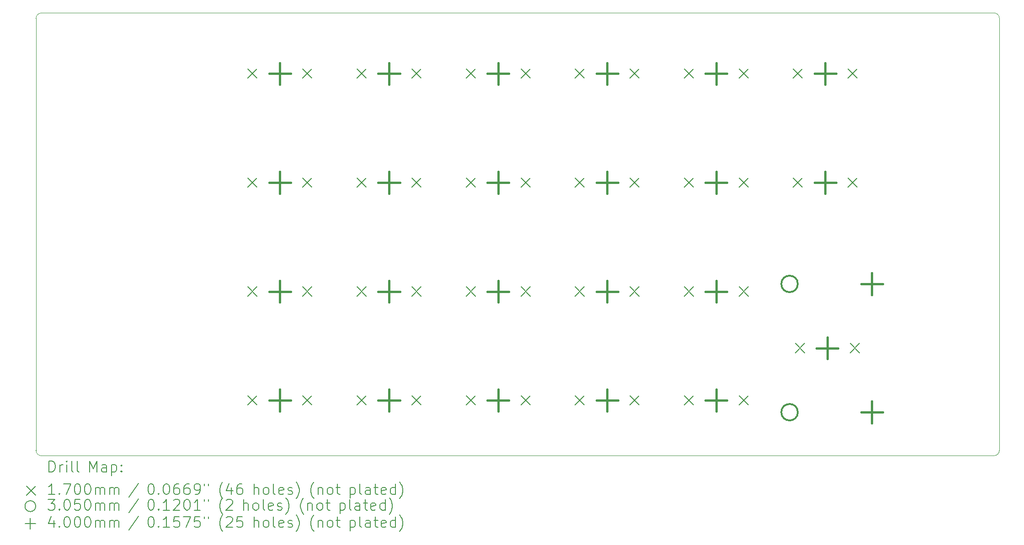
<source format=gbr>
%TF.GenerationSoftware,KiCad,Pcbnew,(7.0.0)*%
%TF.CreationDate,2024-11-11T13:12:43+03:00*%
%TF.ProjectId,04. Keyboard 6x4 Matrix,30342e20-4b65-4796-926f-617264203678,rev?*%
%TF.SameCoordinates,PX24bd848PY898b2e8*%
%TF.FileFunction,Drillmap*%
%TF.FilePolarity,Positive*%
%FSLAX45Y45*%
G04 Gerber Fmt 4.5, Leading zero omitted, Abs format (unit mm)*
G04 Created by KiCad (PCBNEW (7.0.0)) date 2024-11-11 13:12:43*
%MOMM*%
%LPD*%
G01*
G04 APERTURE LIST*
%ADD10C,0.100000*%
%ADD11C,0.200000*%
%ADD12C,0.170000*%
%ADD13C,0.305000*%
%ADD14C,0.400000*%
G04 APERTURE END LIST*
D10*
X711Y8112500D02*
X711Y100000D01*
X100711Y0D02*
X17743579Y1079D01*
X17743579Y8213579D02*
X100711Y8212500D01*
X17843579Y101079D02*
X17843579Y8113579D01*
X17843579Y8113579D02*
G75*
G03*
X17743579Y8213579I-99999J1D01*
G01*
X710Y100000D02*
G75*
G03*
X100711Y0I100000J0D01*
G01*
X17743579Y1081D02*
G75*
G03*
X17843579Y101079I1J99999D01*
G01*
X100711Y8212499D02*
G75*
G03*
X711Y8112500I-1J-99999D01*
G01*
D11*
D12*
X3926500Y7172500D02*
X4096500Y7002500D01*
X4096500Y7172500D02*
X3926500Y7002500D01*
X3926500Y5152500D02*
X4096500Y4982500D01*
X4096500Y5152500D02*
X3926500Y4982500D01*
X3926500Y3132500D02*
X4096500Y2962500D01*
X4096500Y3132500D02*
X3926500Y2962500D01*
X3926500Y1112500D02*
X4096500Y942500D01*
X4096500Y1112500D02*
X3926500Y942500D01*
X4942500Y7172500D02*
X5112500Y7002500D01*
X5112500Y7172500D02*
X4942500Y7002500D01*
X4942500Y5152500D02*
X5112500Y4982500D01*
X5112500Y5152500D02*
X4942500Y4982500D01*
X4942500Y3132500D02*
X5112500Y2962500D01*
X5112500Y3132500D02*
X4942500Y2962500D01*
X4942500Y1112500D02*
X5112500Y942500D01*
X5112500Y1112500D02*
X4942500Y942500D01*
X5946500Y7172500D02*
X6116500Y7002500D01*
X6116500Y7172500D02*
X5946500Y7002500D01*
X5946500Y5152500D02*
X6116500Y4982500D01*
X6116500Y5152500D02*
X5946500Y4982500D01*
X5946500Y3132500D02*
X6116500Y2962500D01*
X6116500Y3132500D02*
X5946500Y2962500D01*
X5946500Y1112500D02*
X6116500Y942500D01*
X6116500Y1112500D02*
X5946500Y942500D01*
X6962500Y7172500D02*
X7132500Y7002500D01*
X7132500Y7172500D02*
X6962500Y7002500D01*
X6962500Y5152500D02*
X7132500Y4982500D01*
X7132500Y5152500D02*
X6962500Y4982500D01*
X6962500Y3132500D02*
X7132500Y2962500D01*
X7132500Y3132500D02*
X6962500Y2962500D01*
X6962500Y1112500D02*
X7132500Y942500D01*
X7132500Y1112500D02*
X6962500Y942500D01*
X7966500Y7172500D02*
X8136500Y7002500D01*
X8136500Y7172500D02*
X7966500Y7002500D01*
X7966500Y5152500D02*
X8136500Y4982500D01*
X8136500Y5152500D02*
X7966500Y4982500D01*
X7966500Y3132500D02*
X8136500Y2962500D01*
X8136500Y3132500D02*
X7966500Y2962500D01*
X7966500Y1112500D02*
X8136500Y942500D01*
X8136500Y1112500D02*
X7966500Y942500D01*
X8982500Y7172500D02*
X9152500Y7002500D01*
X9152500Y7172500D02*
X8982500Y7002500D01*
X8982500Y5152500D02*
X9152500Y4982500D01*
X9152500Y5152500D02*
X8982500Y4982500D01*
X8982500Y3132500D02*
X9152500Y2962500D01*
X9152500Y3132500D02*
X8982500Y2962500D01*
X8982500Y1112500D02*
X9152500Y942500D01*
X9152500Y1112500D02*
X8982500Y942500D01*
X9986500Y7172500D02*
X10156500Y7002500D01*
X10156500Y7172500D02*
X9986500Y7002500D01*
X9986500Y5152500D02*
X10156500Y4982500D01*
X10156500Y5152500D02*
X9986500Y4982500D01*
X9986500Y3132500D02*
X10156500Y2962500D01*
X10156500Y3132500D02*
X9986500Y2962500D01*
X9986500Y1112500D02*
X10156500Y942500D01*
X10156500Y1112500D02*
X9986500Y942500D01*
X11002500Y7172500D02*
X11172500Y7002500D01*
X11172500Y7172500D02*
X11002500Y7002500D01*
X11002500Y5152500D02*
X11172500Y4982500D01*
X11172500Y5152500D02*
X11002500Y4982500D01*
X11002500Y3132500D02*
X11172500Y2962500D01*
X11172500Y3132500D02*
X11002500Y2962500D01*
X11002500Y1112500D02*
X11172500Y942500D01*
X11172500Y1112500D02*
X11002500Y942500D01*
X12006500Y7172500D02*
X12176500Y7002500D01*
X12176500Y7172500D02*
X12006500Y7002500D01*
X12006500Y5152500D02*
X12176500Y4982500D01*
X12176500Y5152500D02*
X12006500Y4982500D01*
X12006500Y3132500D02*
X12176500Y2962500D01*
X12176500Y3132500D02*
X12006500Y2962500D01*
X12006500Y1112500D02*
X12176500Y942500D01*
X12176500Y1112500D02*
X12006500Y942500D01*
X13022500Y7172500D02*
X13192500Y7002500D01*
X13192500Y7172500D02*
X13022500Y7002500D01*
X13022500Y5152500D02*
X13192500Y4982500D01*
X13192500Y5152500D02*
X13022500Y4982500D01*
X13022500Y3132500D02*
X13192500Y2962500D01*
X13192500Y3132500D02*
X13022500Y2962500D01*
X13022500Y1112500D02*
X13192500Y942500D01*
X13192500Y1112500D02*
X13022500Y942500D01*
X14026500Y7172500D02*
X14196500Y7002500D01*
X14196500Y7172500D02*
X14026500Y7002500D01*
X14026500Y5152500D02*
X14196500Y4982500D01*
X14196500Y5152500D02*
X14026500Y4982500D01*
X14064500Y2082500D02*
X14234500Y1912500D01*
X14234500Y2082500D02*
X14064500Y1912500D01*
X15042500Y7172500D02*
X15212500Y7002500D01*
X15212500Y7172500D02*
X15042500Y7002500D01*
X15042500Y5152500D02*
X15212500Y4982500D01*
X15212500Y5152500D02*
X15042500Y4982500D01*
X15080500Y2082500D02*
X15250500Y1912500D01*
X15250500Y2082500D02*
X15080500Y1912500D01*
D13*
X14110000Y3187500D02*
G75*
G03*
X14110000Y3187500I-152500J0D01*
G01*
X14110000Y807500D02*
G75*
G03*
X14110000Y807500I-152500J0D01*
G01*
D14*
X4519500Y7287500D02*
X4519500Y6887500D01*
X4319500Y7087500D02*
X4719500Y7087500D01*
X4519500Y5267500D02*
X4519500Y4867500D01*
X4319500Y5067500D02*
X4719500Y5067500D01*
X4519500Y3247500D02*
X4519500Y2847500D01*
X4319500Y3047500D02*
X4719500Y3047500D01*
X4519500Y1227500D02*
X4519500Y827500D01*
X4319500Y1027500D02*
X4719500Y1027500D01*
X6539500Y7287500D02*
X6539500Y6887500D01*
X6339500Y7087500D02*
X6739500Y7087500D01*
X6539500Y5267500D02*
X6539500Y4867500D01*
X6339500Y5067500D02*
X6739500Y5067500D01*
X6539500Y3247500D02*
X6539500Y2847500D01*
X6339500Y3047500D02*
X6739500Y3047500D01*
X6539500Y1227500D02*
X6539500Y827500D01*
X6339500Y1027500D02*
X6739500Y1027500D01*
X8559500Y7287500D02*
X8559500Y6887500D01*
X8359500Y7087500D02*
X8759500Y7087500D01*
X8559500Y5267500D02*
X8559500Y4867500D01*
X8359500Y5067500D02*
X8759500Y5067500D01*
X8559500Y3247500D02*
X8559500Y2847500D01*
X8359500Y3047500D02*
X8759500Y3047500D01*
X8559500Y1227500D02*
X8559500Y827500D01*
X8359500Y1027500D02*
X8759500Y1027500D01*
X10579500Y7287500D02*
X10579500Y6887500D01*
X10379500Y7087500D02*
X10779500Y7087500D01*
X10579500Y5267500D02*
X10579500Y4867500D01*
X10379500Y5067500D02*
X10779500Y5067500D01*
X10579500Y3247500D02*
X10579500Y2847500D01*
X10379500Y3047500D02*
X10779500Y3047500D01*
X10579500Y1227500D02*
X10579500Y827500D01*
X10379500Y1027500D02*
X10779500Y1027500D01*
X12599500Y7287500D02*
X12599500Y6887500D01*
X12399500Y7087500D02*
X12799500Y7087500D01*
X12599500Y5267500D02*
X12599500Y4867500D01*
X12399500Y5067500D02*
X12799500Y5067500D01*
X12599500Y3247500D02*
X12599500Y2847500D01*
X12399500Y3047500D02*
X12799500Y3047500D01*
X12599500Y1227500D02*
X12599500Y827500D01*
X12399500Y1027500D02*
X12799500Y1027500D01*
X14619500Y7287500D02*
X14619500Y6887500D01*
X14419500Y7087500D02*
X14819500Y7087500D01*
X14619500Y5267500D02*
X14619500Y4867500D01*
X14419500Y5067500D02*
X14819500Y5067500D01*
X14657500Y2197500D02*
X14657500Y1797500D01*
X14457500Y1997500D02*
X14857500Y1997500D01*
X15481500Y3387500D02*
X15481500Y2987500D01*
X15281500Y3187500D02*
X15681500Y3187500D01*
X15481500Y1007500D02*
X15481500Y607500D01*
X15281500Y807500D02*
X15681500Y807500D01*
D11*
X243330Y-298476D02*
X243330Y-98476D01*
X243330Y-98476D02*
X290949Y-98476D01*
X290949Y-98476D02*
X319521Y-108000D01*
X319521Y-108000D02*
X338568Y-127048D01*
X338568Y-127048D02*
X348092Y-146095D01*
X348092Y-146095D02*
X357616Y-184190D01*
X357616Y-184190D02*
X357616Y-212762D01*
X357616Y-212762D02*
X348092Y-250857D01*
X348092Y-250857D02*
X338568Y-269905D01*
X338568Y-269905D02*
X319521Y-288952D01*
X319521Y-288952D02*
X290949Y-298476D01*
X290949Y-298476D02*
X243330Y-298476D01*
X443330Y-298476D02*
X443330Y-165143D01*
X443330Y-203238D02*
X452854Y-184190D01*
X452854Y-184190D02*
X462378Y-174667D01*
X462378Y-174667D02*
X481425Y-165143D01*
X481425Y-165143D02*
X500473Y-165143D01*
X567140Y-298476D02*
X567140Y-165143D01*
X567140Y-98476D02*
X557616Y-108000D01*
X557616Y-108000D02*
X567140Y-117524D01*
X567140Y-117524D02*
X576664Y-108000D01*
X576664Y-108000D02*
X567140Y-98476D01*
X567140Y-98476D02*
X567140Y-117524D01*
X690949Y-298476D02*
X671902Y-288952D01*
X671902Y-288952D02*
X662378Y-269905D01*
X662378Y-269905D02*
X662378Y-98476D01*
X795711Y-298476D02*
X776663Y-288952D01*
X776663Y-288952D02*
X767140Y-269905D01*
X767140Y-269905D02*
X767140Y-98476D01*
X991902Y-298476D02*
X991902Y-98476D01*
X991902Y-98476D02*
X1058568Y-241333D01*
X1058568Y-241333D02*
X1125235Y-98476D01*
X1125235Y-98476D02*
X1125235Y-298476D01*
X1306187Y-298476D02*
X1306187Y-193714D01*
X1306187Y-193714D02*
X1296664Y-174667D01*
X1296664Y-174667D02*
X1277616Y-165143D01*
X1277616Y-165143D02*
X1239521Y-165143D01*
X1239521Y-165143D02*
X1220473Y-174667D01*
X1306187Y-288952D02*
X1287140Y-298476D01*
X1287140Y-298476D02*
X1239521Y-298476D01*
X1239521Y-298476D02*
X1220473Y-288952D01*
X1220473Y-288952D02*
X1210949Y-269905D01*
X1210949Y-269905D02*
X1210949Y-250857D01*
X1210949Y-250857D02*
X1220473Y-231809D01*
X1220473Y-231809D02*
X1239521Y-222286D01*
X1239521Y-222286D02*
X1287140Y-222286D01*
X1287140Y-222286D02*
X1306187Y-212762D01*
X1401425Y-165143D02*
X1401425Y-365143D01*
X1401425Y-174667D02*
X1420473Y-165143D01*
X1420473Y-165143D02*
X1458568Y-165143D01*
X1458568Y-165143D02*
X1477616Y-174667D01*
X1477616Y-174667D02*
X1487140Y-184190D01*
X1487140Y-184190D02*
X1496663Y-203238D01*
X1496663Y-203238D02*
X1496663Y-260381D01*
X1496663Y-260381D02*
X1487140Y-279429D01*
X1487140Y-279429D02*
X1477616Y-288952D01*
X1477616Y-288952D02*
X1458568Y-298476D01*
X1458568Y-298476D02*
X1420473Y-298476D01*
X1420473Y-298476D02*
X1401425Y-288952D01*
X1582378Y-279429D02*
X1591902Y-288952D01*
X1591902Y-288952D02*
X1582378Y-298476D01*
X1582378Y-298476D02*
X1572854Y-288952D01*
X1572854Y-288952D02*
X1582378Y-279429D01*
X1582378Y-279429D02*
X1582378Y-298476D01*
X1582378Y-174667D02*
X1591902Y-184190D01*
X1591902Y-184190D02*
X1582378Y-193714D01*
X1582378Y-193714D02*
X1572854Y-184190D01*
X1572854Y-184190D02*
X1582378Y-174667D01*
X1582378Y-174667D02*
X1582378Y-193714D01*
D12*
X-174289Y-560000D02*
X-4289Y-730000D01*
X-4289Y-560000D02*
X-174289Y-730000D01*
D11*
X348092Y-718476D02*
X233806Y-718476D01*
X290949Y-718476D02*
X290949Y-518476D01*
X290949Y-518476D02*
X271902Y-547048D01*
X271902Y-547048D02*
X252854Y-566095D01*
X252854Y-566095D02*
X233806Y-575619D01*
X433806Y-699428D02*
X443330Y-708952D01*
X443330Y-708952D02*
X433806Y-718476D01*
X433806Y-718476D02*
X424283Y-708952D01*
X424283Y-708952D02*
X433806Y-699428D01*
X433806Y-699428D02*
X433806Y-718476D01*
X509997Y-518476D02*
X643330Y-518476D01*
X643330Y-518476D02*
X557616Y-718476D01*
X757616Y-518476D02*
X776664Y-518476D01*
X776664Y-518476D02*
X795711Y-528000D01*
X795711Y-528000D02*
X805235Y-537524D01*
X805235Y-537524D02*
X814759Y-556571D01*
X814759Y-556571D02*
X824283Y-594667D01*
X824283Y-594667D02*
X824283Y-642286D01*
X824283Y-642286D02*
X814759Y-680381D01*
X814759Y-680381D02*
X805235Y-699428D01*
X805235Y-699428D02*
X795711Y-708952D01*
X795711Y-708952D02*
X776664Y-718476D01*
X776664Y-718476D02*
X757616Y-718476D01*
X757616Y-718476D02*
X738568Y-708952D01*
X738568Y-708952D02*
X729044Y-699428D01*
X729044Y-699428D02*
X719521Y-680381D01*
X719521Y-680381D02*
X709997Y-642286D01*
X709997Y-642286D02*
X709997Y-594667D01*
X709997Y-594667D02*
X719521Y-556571D01*
X719521Y-556571D02*
X729044Y-537524D01*
X729044Y-537524D02*
X738568Y-528000D01*
X738568Y-528000D02*
X757616Y-518476D01*
X948092Y-518476D02*
X967140Y-518476D01*
X967140Y-518476D02*
X986187Y-528000D01*
X986187Y-528000D02*
X995711Y-537524D01*
X995711Y-537524D02*
X1005235Y-556571D01*
X1005235Y-556571D02*
X1014759Y-594667D01*
X1014759Y-594667D02*
X1014759Y-642286D01*
X1014759Y-642286D02*
X1005235Y-680381D01*
X1005235Y-680381D02*
X995711Y-699428D01*
X995711Y-699428D02*
X986187Y-708952D01*
X986187Y-708952D02*
X967140Y-718476D01*
X967140Y-718476D02*
X948092Y-718476D01*
X948092Y-718476D02*
X929044Y-708952D01*
X929044Y-708952D02*
X919521Y-699428D01*
X919521Y-699428D02*
X909997Y-680381D01*
X909997Y-680381D02*
X900473Y-642286D01*
X900473Y-642286D02*
X900473Y-594667D01*
X900473Y-594667D02*
X909997Y-556571D01*
X909997Y-556571D02*
X919521Y-537524D01*
X919521Y-537524D02*
X929044Y-528000D01*
X929044Y-528000D02*
X948092Y-518476D01*
X1100473Y-718476D02*
X1100473Y-585143D01*
X1100473Y-604190D02*
X1109997Y-594667D01*
X1109997Y-594667D02*
X1129045Y-585143D01*
X1129045Y-585143D02*
X1157616Y-585143D01*
X1157616Y-585143D02*
X1176664Y-594667D01*
X1176664Y-594667D02*
X1186187Y-613714D01*
X1186187Y-613714D02*
X1186187Y-718476D01*
X1186187Y-613714D02*
X1195711Y-594667D01*
X1195711Y-594667D02*
X1214759Y-585143D01*
X1214759Y-585143D02*
X1243330Y-585143D01*
X1243330Y-585143D02*
X1262378Y-594667D01*
X1262378Y-594667D02*
X1271902Y-613714D01*
X1271902Y-613714D02*
X1271902Y-718476D01*
X1367140Y-718476D02*
X1367140Y-585143D01*
X1367140Y-604190D02*
X1376664Y-594667D01*
X1376664Y-594667D02*
X1395711Y-585143D01*
X1395711Y-585143D02*
X1424283Y-585143D01*
X1424283Y-585143D02*
X1443330Y-594667D01*
X1443330Y-594667D02*
X1452854Y-613714D01*
X1452854Y-613714D02*
X1452854Y-718476D01*
X1452854Y-613714D02*
X1462378Y-594667D01*
X1462378Y-594667D02*
X1481425Y-585143D01*
X1481425Y-585143D02*
X1509997Y-585143D01*
X1509997Y-585143D02*
X1529045Y-594667D01*
X1529045Y-594667D02*
X1538568Y-613714D01*
X1538568Y-613714D02*
X1538568Y-718476D01*
X1896664Y-508952D02*
X1725235Y-766095D01*
X2121426Y-518476D02*
X2140473Y-518476D01*
X2140473Y-518476D02*
X2159521Y-528000D01*
X2159521Y-528000D02*
X2169045Y-537524D01*
X2169045Y-537524D02*
X2178568Y-556571D01*
X2178568Y-556571D02*
X2188092Y-594667D01*
X2188092Y-594667D02*
X2188092Y-642286D01*
X2188092Y-642286D02*
X2178568Y-680381D01*
X2178568Y-680381D02*
X2169045Y-699428D01*
X2169045Y-699428D02*
X2159521Y-708952D01*
X2159521Y-708952D02*
X2140473Y-718476D01*
X2140473Y-718476D02*
X2121426Y-718476D01*
X2121426Y-718476D02*
X2102378Y-708952D01*
X2102378Y-708952D02*
X2092854Y-699428D01*
X2092854Y-699428D02*
X2083330Y-680381D01*
X2083330Y-680381D02*
X2073806Y-642286D01*
X2073806Y-642286D02*
X2073806Y-594667D01*
X2073806Y-594667D02*
X2083330Y-556571D01*
X2083330Y-556571D02*
X2092854Y-537524D01*
X2092854Y-537524D02*
X2102378Y-528000D01*
X2102378Y-528000D02*
X2121426Y-518476D01*
X2273807Y-699428D02*
X2283330Y-708952D01*
X2283330Y-708952D02*
X2273807Y-718476D01*
X2273807Y-718476D02*
X2264283Y-708952D01*
X2264283Y-708952D02*
X2273807Y-699428D01*
X2273807Y-699428D02*
X2273807Y-718476D01*
X2407140Y-518476D02*
X2426188Y-518476D01*
X2426188Y-518476D02*
X2445235Y-528000D01*
X2445235Y-528000D02*
X2454759Y-537524D01*
X2454759Y-537524D02*
X2464283Y-556571D01*
X2464283Y-556571D02*
X2473807Y-594667D01*
X2473807Y-594667D02*
X2473807Y-642286D01*
X2473807Y-642286D02*
X2464283Y-680381D01*
X2464283Y-680381D02*
X2454759Y-699428D01*
X2454759Y-699428D02*
X2445235Y-708952D01*
X2445235Y-708952D02*
X2426188Y-718476D01*
X2426188Y-718476D02*
X2407140Y-718476D01*
X2407140Y-718476D02*
X2388092Y-708952D01*
X2388092Y-708952D02*
X2378568Y-699428D01*
X2378568Y-699428D02*
X2369045Y-680381D01*
X2369045Y-680381D02*
X2359521Y-642286D01*
X2359521Y-642286D02*
X2359521Y-594667D01*
X2359521Y-594667D02*
X2369045Y-556571D01*
X2369045Y-556571D02*
X2378568Y-537524D01*
X2378568Y-537524D02*
X2388092Y-528000D01*
X2388092Y-528000D02*
X2407140Y-518476D01*
X2645235Y-518476D02*
X2607140Y-518476D01*
X2607140Y-518476D02*
X2588092Y-528000D01*
X2588092Y-528000D02*
X2578568Y-537524D01*
X2578568Y-537524D02*
X2559521Y-566095D01*
X2559521Y-566095D02*
X2549997Y-604190D01*
X2549997Y-604190D02*
X2549997Y-680381D01*
X2549997Y-680381D02*
X2559521Y-699428D01*
X2559521Y-699428D02*
X2569045Y-708952D01*
X2569045Y-708952D02*
X2588092Y-718476D01*
X2588092Y-718476D02*
X2626188Y-718476D01*
X2626188Y-718476D02*
X2645235Y-708952D01*
X2645235Y-708952D02*
X2654759Y-699428D01*
X2654759Y-699428D02*
X2664283Y-680381D01*
X2664283Y-680381D02*
X2664283Y-632762D01*
X2664283Y-632762D02*
X2654759Y-613714D01*
X2654759Y-613714D02*
X2645235Y-604190D01*
X2645235Y-604190D02*
X2626188Y-594667D01*
X2626188Y-594667D02*
X2588092Y-594667D01*
X2588092Y-594667D02*
X2569045Y-604190D01*
X2569045Y-604190D02*
X2559521Y-613714D01*
X2559521Y-613714D02*
X2549997Y-632762D01*
X2835711Y-518476D02*
X2797616Y-518476D01*
X2797616Y-518476D02*
X2778568Y-528000D01*
X2778568Y-528000D02*
X2769045Y-537524D01*
X2769045Y-537524D02*
X2749997Y-566095D01*
X2749997Y-566095D02*
X2740473Y-604190D01*
X2740473Y-604190D02*
X2740473Y-680381D01*
X2740473Y-680381D02*
X2749997Y-699428D01*
X2749997Y-699428D02*
X2759521Y-708952D01*
X2759521Y-708952D02*
X2778568Y-718476D01*
X2778568Y-718476D02*
X2816664Y-718476D01*
X2816664Y-718476D02*
X2835711Y-708952D01*
X2835711Y-708952D02*
X2845235Y-699428D01*
X2845235Y-699428D02*
X2854759Y-680381D01*
X2854759Y-680381D02*
X2854759Y-632762D01*
X2854759Y-632762D02*
X2845235Y-613714D01*
X2845235Y-613714D02*
X2835711Y-604190D01*
X2835711Y-604190D02*
X2816664Y-594667D01*
X2816664Y-594667D02*
X2778568Y-594667D01*
X2778568Y-594667D02*
X2759521Y-604190D01*
X2759521Y-604190D02*
X2749997Y-613714D01*
X2749997Y-613714D02*
X2740473Y-632762D01*
X2949997Y-718476D02*
X2988092Y-718476D01*
X2988092Y-718476D02*
X3007140Y-708952D01*
X3007140Y-708952D02*
X3016664Y-699428D01*
X3016664Y-699428D02*
X3035711Y-670857D01*
X3035711Y-670857D02*
X3045235Y-632762D01*
X3045235Y-632762D02*
X3045235Y-556571D01*
X3045235Y-556571D02*
X3035711Y-537524D01*
X3035711Y-537524D02*
X3026187Y-528000D01*
X3026187Y-528000D02*
X3007140Y-518476D01*
X3007140Y-518476D02*
X2969045Y-518476D01*
X2969045Y-518476D02*
X2949997Y-528000D01*
X2949997Y-528000D02*
X2940473Y-537524D01*
X2940473Y-537524D02*
X2930949Y-556571D01*
X2930949Y-556571D02*
X2930949Y-604190D01*
X2930949Y-604190D02*
X2940473Y-623238D01*
X2940473Y-623238D02*
X2949997Y-632762D01*
X2949997Y-632762D02*
X2969045Y-642286D01*
X2969045Y-642286D02*
X3007140Y-642286D01*
X3007140Y-642286D02*
X3026187Y-632762D01*
X3026187Y-632762D02*
X3035711Y-623238D01*
X3035711Y-623238D02*
X3045235Y-604190D01*
X3121426Y-518476D02*
X3121426Y-556571D01*
X3197616Y-518476D02*
X3197616Y-556571D01*
X3460473Y-794667D02*
X3450949Y-785143D01*
X3450949Y-785143D02*
X3431902Y-756571D01*
X3431902Y-756571D02*
X3422378Y-737524D01*
X3422378Y-737524D02*
X3412854Y-708952D01*
X3412854Y-708952D02*
X3403330Y-661333D01*
X3403330Y-661333D02*
X3403330Y-623238D01*
X3403330Y-623238D02*
X3412854Y-575619D01*
X3412854Y-575619D02*
X3422378Y-547048D01*
X3422378Y-547048D02*
X3431902Y-528000D01*
X3431902Y-528000D02*
X3450949Y-499428D01*
X3450949Y-499428D02*
X3460473Y-489905D01*
X3622378Y-585143D02*
X3622378Y-718476D01*
X3574759Y-508952D02*
X3527140Y-651810D01*
X3527140Y-651810D02*
X3650949Y-651810D01*
X3812854Y-518476D02*
X3774759Y-518476D01*
X3774759Y-518476D02*
X3755711Y-528000D01*
X3755711Y-528000D02*
X3746187Y-537524D01*
X3746187Y-537524D02*
X3727140Y-566095D01*
X3727140Y-566095D02*
X3717616Y-604190D01*
X3717616Y-604190D02*
X3717616Y-680381D01*
X3717616Y-680381D02*
X3727140Y-699428D01*
X3727140Y-699428D02*
X3736664Y-708952D01*
X3736664Y-708952D02*
X3755711Y-718476D01*
X3755711Y-718476D02*
X3793807Y-718476D01*
X3793807Y-718476D02*
X3812854Y-708952D01*
X3812854Y-708952D02*
X3822378Y-699428D01*
X3822378Y-699428D02*
X3831902Y-680381D01*
X3831902Y-680381D02*
X3831902Y-632762D01*
X3831902Y-632762D02*
X3822378Y-613714D01*
X3822378Y-613714D02*
X3812854Y-604190D01*
X3812854Y-604190D02*
X3793807Y-594667D01*
X3793807Y-594667D02*
X3755711Y-594667D01*
X3755711Y-594667D02*
X3736664Y-604190D01*
X3736664Y-604190D02*
X3727140Y-613714D01*
X3727140Y-613714D02*
X3717616Y-632762D01*
X4037616Y-718476D02*
X4037616Y-518476D01*
X4123330Y-718476D02*
X4123330Y-613714D01*
X4123330Y-613714D02*
X4113807Y-594667D01*
X4113807Y-594667D02*
X4094759Y-585143D01*
X4094759Y-585143D02*
X4066187Y-585143D01*
X4066187Y-585143D02*
X4047140Y-594667D01*
X4047140Y-594667D02*
X4037616Y-604190D01*
X4247140Y-718476D02*
X4228092Y-708952D01*
X4228092Y-708952D02*
X4218569Y-699428D01*
X4218569Y-699428D02*
X4209045Y-680381D01*
X4209045Y-680381D02*
X4209045Y-623238D01*
X4209045Y-623238D02*
X4218569Y-604190D01*
X4218569Y-604190D02*
X4228092Y-594667D01*
X4228092Y-594667D02*
X4247140Y-585143D01*
X4247140Y-585143D02*
X4275711Y-585143D01*
X4275711Y-585143D02*
X4294759Y-594667D01*
X4294759Y-594667D02*
X4304283Y-604190D01*
X4304283Y-604190D02*
X4313807Y-623238D01*
X4313807Y-623238D02*
X4313807Y-680381D01*
X4313807Y-680381D02*
X4304283Y-699428D01*
X4304283Y-699428D02*
X4294759Y-708952D01*
X4294759Y-708952D02*
X4275711Y-718476D01*
X4275711Y-718476D02*
X4247140Y-718476D01*
X4428092Y-718476D02*
X4409045Y-708952D01*
X4409045Y-708952D02*
X4399521Y-689905D01*
X4399521Y-689905D02*
X4399521Y-518476D01*
X4580473Y-708952D02*
X4561426Y-718476D01*
X4561426Y-718476D02*
X4523330Y-718476D01*
X4523330Y-718476D02*
X4504283Y-708952D01*
X4504283Y-708952D02*
X4494759Y-689905D01*
X4494759Y-689905D02*
X4494759Y-613714D01*
X4494759Y-613714D02*
X4504283Y-594667D01*
X4504283Y-594667D02*
X4523330Y-585143D01*
X4523330Y-585143D02*
X4561426Y-585143D01*
X4561426Y-585143D02*
X4580473Y-594667D01*
X4580473Y-594667D02*
X4589997Y-613714D01*
X4589997Y-613714D02*
X4589997Y-632762D01*
X4589997Y-632762D02*
X4494759Y-651810D01*
X4666188Y-708952D02*
X4685235Y-718476D01*
X4685235Y-718476D02*
X4723330Y-718476D01*
X4723330Y-718476D02*
X4742378Y-708952D01*
X4742378Y-708952D02*
X4751902Y-689905D01*
X4751902Y-689905D02*
X4751902Y-680381D01*
X4751902Y-680381D02*
X4742378Y-661333D01*
X4742378Y-661333D02*
X4723330Y-651810D01*
X4723330Y-651810D02*
X4694759Y-651810D01*
X4694759Y-651810D02*
X4675711Y-642286D01*
X4675711Y-642286D02*
X4666188Y-623238D01*
X4666188Y-623238D02*
X4666188Y-613714D01*
X4666188Y-613714D02*
X4675711Y-594667D01*
X4675711Y-594667D02*
X4694759Y-585143D01*
X4694759Y-585143D02*
X4723330Y-585143D01*
X4723330Y-585143D02*
X4742378Y-594667D01*
X4818569Y-794667D02*
X4828092Y-785143D01*
X4828092Y-785143D02*
X4847140Y-756571D01*
X4847140Y-756571D02*
X4856664Y-737524D01*
X4856664Y-737524D02*
X4866188Y-708952D01*
X4866188Y-708952D02*
X4875711Y-661333D01*
X4875711Y-661333D02*
X4875711Y-623238D01*
X4875711Y-623238D02*
X4866188Y-575619D01*
X4866188Y-575619D02*
X4856664Y-547048D01*
X4856664Y-547048D02*
X4847140Y-528000D01*
X4847140Y-528000D02*
X4828092Y-499428D01*
X4828092Y-499428D02*
X4818569Y-489905D01*
X5148092Y-794667D02*
X5138569Y-785143D01*
X5138569Y-785143D02*
X5119521Y-756571D01*
X5119521Y-756571D02*
X5109997Y-737524D01*
X5109997Y-737524D02*
X5100473Y-708952D01*
X5100473Y-708952D02*
X5090950Y-661333D01*
X5090950Y-661333D02*
X5090950Y-623238D01*
X5090950Y-623238D02*
X5100473Y-575619D01*
X5100473Y-575619D02*
X5109997Y-547048D01*
X5109997Y-547048D02*
X5119521Y-528000D01*
X5119521Y-528000D02*
X5138569Y-499428D01*
X5138569Y-499428D02*
X5148092Y-489905D01*
X5224283Y-585143D02*
X5224283Y-718476D01*
X5224283Y-604190D02*
X5233807Y-594667D01*
X5233807Y-594667D02*
X5252854Y-585143D01*
X5252854Y-585143D02*
X5281426Y-585143D01*
X5281426Y-585143D02*
X5300473Y-594667D01*
X5300473Y-594667D02*
X5309997Y-613714D01*
X5309997Y-613714D02*
X5309997Y-718476D01*
X5433807Y-718476D02*
X5414759Y-708952D01*
X5414759Y-708952D02*
X5405235Y-699428D01*
X5405235Y-699428D02*
X5395711Y-680381D01*
X5395711Y-680381D02*
X5395711Y-623238D01*
X5395711Y-623238D02*
X5405235Y-604190D01*
X5405235Y-604190D02*
X5414759Y-594667D01*
X5414759Y-594667D02*
X5433807Y-585143D01*
X5433807Y-585143D02*
X5462378Y-585143D01*
X5462378Y-585143D02*
X5481426Y-594667D01*
X5481426Y-594667D02*
X5490950Y-604190D01*
X5490950Y-604190D02*
X5500473Y-623238D01*
X5500473Y-623238D02*
X5500473Y-680381D01*
X5500473Y-680381D02*
X5490950Y-699428D01*
X5490950Y-699428D02*
X5481426Y-708952D01*
X5481426Y-708952D02*
X5462378Y-718476D01*
X5462378Y-718476D02*
X5433807Y-718476D01*
X5557616Y-585143D02*
X5633807Y-585143D01*
X5586188Y-518476D02*
X5586188Y-689905D01*
X5586188Y-689905D02*
X5595711Y-708952D01*
X5595711Y-708952D02*
X5614759Y-718476D01*
X5614759Y-718476D02*
X5633807Y-718476D01*
X5820473Y-585143D02*
X5820473Y-785143D01*
X5820473Y-594667D02*
X5839521Y-585143D01*
X5839521Y-585143D02*
X5877616Y-585143D01*
X5877616Y-585143D02*
X5896664Y-594667D01*
X5896664Y-594667D02*
X5906188Y-604190D01*
X5906188Y-604190D02*
X5915711Y-623238D01*
X5915711Y-623238D02*
X5915711Y-680381D01*
X5915711Y-680381D02*
X5906188Y-699428D01*
X5906188Y-699428D02*
X5896664Y-708952D01*
X5896664Y-708952D02*
X5877616Y-718476D01*
X5877616Y-718476D02*
X5839521Y-718476D01*
X5839521Y-718476D02*
X5820473Y-708952D01*
X6029997Y-718476D02*
X6010949Y-708952D01*
X6010949Y-708952D02*
X6001426Y-689905D01*
X6001426Y-689905D02*
X6001426Y-518476D01*
X6191902Y-718476D02*
X6191902Y-613714D01*
X6191902Y-613714D02*
X6182378Y-594667D01*
X6182378Y-594667D02*
X6163330Y-585143D01*
X6163330Y-585143D02*
X6125235Y-585143D01*
X6125235Y-585143D02*
X6106188Y-594667D01*
X6191902Y-708952D02*
X6172854Y-718476D01*
X6172854Y-718476D02*
X6125235Y-718476D01*
X6125235Y-718476D02*
X6106188Y-708952D01*
X6106188Y-708952D02*
X6096664Y-689905D01*
X6096664Y-689905D02*
X6096664Y-670857D01*
X6096664Y-670857D02*
X6106188Y-651810D01*
X6106188Y-651810D02*
X6125235Y-642286D01*
X6125235Y-642286D02*
X6172854Y-642286D01*
X6172854Y-642286D02*
X6191902Y-632762D01*
X6258569Y-585143D02*
X6334759Y-585143D01*
X6287140Y-518476D02*
X6287140Y-689905D01*
X6287140Y-689905D02*
X6296664Y-708952D01*
X6296664Y-708952D02*
X6315711Y-718476D01*
X6315711Y-718476D02*
X6334759Y-718476D01*
X6477616Y-708952D02*
X6458569Y-718476D01*
X6458569Y-718476D02*
X6420473Y-718476D01*
X6420473Y-718476D02*
X6401426Y-708952D01*
X6401426Y-708952D02*
X6391902Y-689905D01*
X6391902Y-689905D02*
X6391902Y-613714D01*
X6391902Y-613714D02*
X6401426Y-594667D01*
X6401426Y-594667D02*
X6420473Y-585143D01*
X6420473Y-585143D02*
X6458569Y-585143D01*
X6458569Y-585143D02*
X6477616Y-594667D01*
X6477616Y-594667D02*
X6487140Y-613714D01*
X6487140Y-613714D02*
X6487140Y-632762D01*
X6487140Y-632762D02*
X6391902Y-651810D01*
X6658569Y-718476D02*
X6658569Y-518476D01*
X6658569Y-708952D02*
X6639521Y-718476D01*
X6639521Y-718476D02*
X6601426Y-718476D01*
X6601426Y-718476D02*
X6582378Y-708952D01*
X6582378Y-708952D02*
X6572854Y-699428D01*
X6572854Y-699428D02*
X6563330Y-680381D01*
X6563330Y-680381D02*
X6563330Y-623238D01*
X6563330Y-623238D02*
X6572854Y-604190D01*
X6572854Y-604190D02*
X6582378Y-594667D01*
X6582378Y-594667D02*
X6601426Y-585143D01*
X6601426Y-585143D02*
X6639521Y-585143D01*
X6639521Y-585143D02*
X6658569Y-594667D01*
X6734759Y-794667D02*
X6744283Y-785143D01*
X6744283Y-785143D02*
X6763330Y-756571D01*
X6763330Y-756571D02*
X6772854Y-737524D01*
X6772854Y-737524D02*
X6782378Y-708952D01*
X6782378Y-708952D02*
X6791902Y-661333D01*
X6791902Y-661333D02*
X6791902Y-623238D01*
X6791902Y-623238D02*
X6782378Y-575619D01*
X6782378Y-575619D02*
X6772854Y-547048D01*
X6772854Y-547048D02*
X6763330Y-528000D01*
X6763330Y-528000D02*
X6744283Y-499428D01*
X6744283Y-499428D02*
X6734759Y-489905D01*
X-4289Y-935000D02*
G75*
G03*
X-4289Y-935000I-100000J0D01*
G01*
X224283Y-808476D02*
X348092Y-808476D01*
X348092Y-808476D02*
X281425Y-884667D01*
X281425Y-884667D02*
X309997Y-884667D01*
X309997Y-884667D02*
X329045Y-894190D01*
X329045Y-894190D02*
X338568Y-903714D01*
X338568Y-903714D02*
X348092Y-922762D01*
X348092Y-922762D02*
X348092Y-970381D01*
X348092Y-970381D02*
X338568Y-989428D01*
X338568Y-989428D02*
X329045Y-998952D01*
X329045Y-998952D02*
X309997Y-1008476D01*
X309997Y-1008476D02*
X252854Y-1008476D01*
X252854Y-1008476D02*
X233806Y-998952D01*
X233806Y-998952D02*
X224283Y-989428D01*
X433806Y-989428D02*
X443330Y-998952D01*
X443330Y-998952D02*
X433806Y-1008476D01*
X433806Y-1008476D02*
X424283Y-998952D01*
X424283Y-998952D02*
X433806Y-989428D01*
X433806Y-989428D02*
X433806Y-1008476D01*
X567140Y-808476D02*
X586187Y-808476D01*
X586187Y-808476D02*
X605235Y-818000D01*
X605235Y-818000D02*
X614759Y-827524D01*
X614759Y-827524D02*
X624283Y-846571D01*
X624283Y-846571D02*
X633806Y-884667D01*
X633806Y-884667D02*
X633806Y-932286D01*
X633806Y-932286D02*
X624283Y-970381D01*
X624283Y-970381D02*
X614759Y-989428D01*
X614759Y-989428D02*
X605235Y-998952D01*
X605235Y-998952D02*
X586187Y-1008476D01*
X586187Y-1008476D02*
X567140Y-1008476D01*
X567140Y-1008476D02*
X548092Y-998952D01*
X548092Y-998952D02*
X538568Y-989428D01*
X538568Y-989428D02*
X529045Y-970381D01*
X529045Y-970381D02*
X519521Y-932286D01*
X519521Y-932286D02*
X519521Y-884667D01*
X519521Y-884667D02*
X529045Y-846571D01*
X529045Y-846571D02*
X538568Y-827524D01*
X538568Y-827524D02*
X548092Y-818000D01*
X548092Y-818000D02*
X567140Y-808476D01*
X814759Y-808476D02*
X719521Y-808476D01*
X719521Y-808476D02*
X709997Y-903714D01*
X709997Y-903714D02*
X719521Y-894190D01*
X719521Y-894190D02*
X738568Y-884667D01*
X738568Y-884667D02*
X786187Y-884667D01*
X786187Y-884667D02*
X805235Y-894190D01*
X805235Y-894190D02*
X814759Y-903714D01*
X814759Y-903714D02*
X824283Y-922762D01*
X824283Y-922762D02*
X824283Y-970381D01*
X824283Y-970381D02*
X814759Y-989428D01*
X814759Y-989428D02*
X805235Y-998952D01*
X805235Y-998952D02*
X786187Y-1008476D01*
X786187Y-1008476D02*
X738568Y-1008476D01*
X738568Y-1008476D02*
X719521Y-998952D01*
X719521Y-998952D02*
X709997Y-989428D01*
X948092Y-808476D02*
X967140Y-808476D01*
X967140Y-808476D02*
X986187Y-818000D01*
X986187Y-818000D02*
X995711Y-827524D01*
X995711Y-827524D02*
X1005235Y-846571D01*
X1005235Y-846571D02*
X1014759Y-884667D01*
X1014759Y-884667D02*
X1014759Y-932286D01*
X1014759Y-932286D02*
X1005235Y-970381D01*
X1005235Y-970381D02*
X995711Y-989428D01*
X995711Y-989428D02*
X986187Y-998952D01*
X986187Y-998952D02*
X967140Y-1008476D01*
X967140Y-1008476D02*
X948092Y-1008476D01*
X948092Y-1008476D02*
X929044Y-998952D01*
X929044Y-998952D02*
X919521Y-989428D01*
X919521Y-989428D02*
X909997Y-970381D01*
X909997Y-970381D02*
X900473Y-932286D01*
X900473Y-932286D02*
X900473Y-884667D01*
X900473Y-884667D02*
X909997Y-846571D01*
X909997Y-846571D02*
X919521Y-827524D01*
X919521Y-827524D02*
X929044Y-818000D01*
X929044Y-818000D02*
X948092Y-808476D01*
X1100473Y-1008476D02*
X1100473Y-875143D01*
X1100473Y-894190D02*
X1109997Y-884667D01*
X1109997Y-884667D02*
X1129045Y-875143D01*
X1129045Y-875143D02*
X1157616Y-875143D01*
X1157616Y-875143D02*
X1176664Y-884667D01*
X1176664Y-884667D02*
X1186187Y-903714D01*
X1186187Y-903714D02*
X1186187Y-1008476D01*
X1186187Y-903714D02*
X1195711Y-884667D01*
X1195711Y-884667D02*
X1214759Y-875143D01*
X1214759Y-875143D02*
X1243330Y-875143D01*
X1243330Y-875143D02*
X1262378Y-884667D01*
X1262378Y-884667D02*
X1271902Y-903714D01*
X1271902Y-903714D02*
X1271902Y-1008476D01*
X1367140Y-1008476D02*
X1367140Y-875143D01*
X1367140Y-894190D02*
X1376664Y-884667D01*
X1376664Y-884667D02*
X1395711Y-875143D01*
X1395711Y-875143D02*
X1424283Y-875143D01*
X1424283Y-875143D02*
X1443330Y-884667D01*
X1443330Y-884667D02*
X1452854Y-903714D01*
X1452854Y-903714D02*
X1452854Y-1008476D01*
X1452854Y-903714D02*
X1462378Y-884667D01*
X1462378Y-884667D02*
X1481425Y-875143D01*
X1481425Y-875143D02*
X1509997Y-875143D01*
X1509997Y-875143D02*
X1529045Y-884667D01*
X1529045Y-884667D02*
X1538568Y-903714D01*
X1538568Y-903714D02*
X1538568Y-1008476D01*
X1896664Y-798952D02*
X1725235Y-1056095D01*
X2121426Y-808476D02*
X2140473Y-808476D01*
X2140473Y-808476D02*
X2159521Y-818000D01*
X2159521Y-818000D02*
X2169045Y-827524D01*
X2169045Y-827524D02*
X2178568Y-846571D01*
X2178568Y-846571D02*
X2188092Y-884667D01*
X2188092Y-884667D02*
X2188092Y-932286D01*
X2188092Y-932286D02*
X2178568Y-970381D01*
X2178568Y-970381D02*
X2169045Y-989428D01*
X2169045Y-989428D02*
X2159521Y-998952D01*
X2159521Y-998952D02*
X2140473Y-1008476D01*
X2140473Y-1008476D02*
X2121426Y-1008476D01*
X2121426Y-1008476D02*
X2102378Y-998952D01*
X2102378Y-998952D02*
X2092854Y-989428D01*
X2092854Y-989428D02*
X2083330Y-970381D01*
X2083330Y-970381D02*
X2073806Y-932286D01*
X2073806Y-932286D02*
X2073806Y-884667D01*
X2073806Y-884667D02*
X2083330Y-846571D01*
X2083330Y-846571D02*
X2092854Y-827524D01*
X2092854Y-827524D02*
X2102378Y-818000D01*
X2102378Y-818000D02*
X2121426Y-808476D01*
X2273807Y-989428D02*
X2283330Y-998952D01*
X2283330Y-998952D02*
X2273807Y-1008476D01*
X2273807Y-1008476D02*
X2264283Y-998952D01*
X2264283Y-998952D02*
X2273807Y-989428D01*
X2273807Y-989428D02*
X2273807Y-1008476D01*
X2473807Y-1008476D02*
X2359521Y-1008476D01*
X2416664Y-1008476D02*
X2416664Y-808476D01*
X2416664Y-808476D02*
X2397616Y-837048D01*
X2397616Y-837048D02*
X2378568Y-856095D01*
X2378568Y-856095D02*
X2359521Y-865619D01*
X2549997Y-827524D02*
X2559521Y-818000D01*
X2559521Y-818000D02*
X2578568Y-808476D01*
X2578568Y-808476D02*
X2626188Y-808476D01*
X2626188Y-808476D02*
X2645235Y-818000D01*
X2645235Y-818000D02*
X2654759Y-827524D01*
X2654759Y-827524D02*
X2664283Y-846571D01*
X2664283Y-846571D02*
X2664283Y-865619D01*
X2664283Y-865619D02*
X2654759Y-894190D01*
X2654759Y-894190D02*
X2540473Y-1008476D01*
X2540473Y-1008476D02*
X2664283Y-1008476D01*
X2788092Y-808476D02*
X2807140Y-808476D01*
X2807140Y-808476D02*
X2826187Y-818000D01*
X2826187Y-818000D02*
X2835711Y-827524D01*
X2835711Y-827524D02*
X2845235Y-846571D01*
X2845235Y-846571D02*
X2854759Y-884667D01*
X2854759Y-884667D02*
X2854759Y-932286D01*
X2854759Y-932286D02*
X2845235Y-970381D01*
X2845235Y-970381D02*
X2835711Y-989428D01*
X2835711Y-989428D02*
X2826187Y-998952D01*
X2826187Y-998952D02*
X2807140Y-1008476D01*
X2807140Y-1008476D02*
X2788092Y-1008476D01*
X2788092Y-1008476D02*
X2769045Y-998952D01*
X2769045Y-998952D02*
X2759521Y-989428D01*
X2759521Y-989428D02*
X2749997Y-970381D01*
X2749997Y-970381D02*
X2740473Y-932286D01*
X2740473Y-932286D02*
X2740473Y-884667D01*
X2740473Y-884667D02*
X2749997Y-846571D01*
X2749997Y-846571D02*
X2759521Y-827524D01*
X2759521Y-827524D02*
X2769045Y-818000D01*
X2769045Y-818000D02*
X2788092Y-808476D01*
X3045235Y-1008476D02*
X2930949Y-1008476D01*
X2988092Y-1008476D02*
X2988092Y-808476D01*
X2988092Y-808476D02*
X2969045Y-837048D01*
X2969045Y-837048D02*
X2949997Y-856095D01*
X2949997Y-856095D02*
X2930949Y-865619D01*
X3121426Y-808476D02*
X3121426Y-846571D01*
X3197616Y-808476D02*
X3197616Y-846571D01*
X3460473Y-1084667D02*
X3450949Y-1075143D01*
X3450949Y-1075143D02*
X3431902Y-1046571D01*
X3431902Y-1046571D02*
X3422378Y-1027524D01*
X3422378Y-1027524D02*
X3412854Y-998952D01*
X3412854Y-998952D02*
X3403330Y-951333D01*
X3403330Y-951333D02*
X3403330Y-913238D01*
X3403330Y-913238D02*
X3412854Y-865619D01*
X3412854Y-865619D02*
X3422378Y-837048D01*
X3422378Y-837048D02*
X3431902Y-818000D01*
X3431902Y-818000D02*
X3450949Y-789428D01*
X3450949Y-789428D02*
X3460473Y-779905D01*
X3527140Y-827524D02*
X3536664Y-818000D01*
X3536664Y-818000D02*
X3555711Y-808476D01*
X3555711Y-808476D02*
X3603330Y-808476D01*
X3603330Y-808476D02*
X3622378Y-818000D01*
X3622378Y-818000D02*
X3631902Y-827524D01*
X3631902Y-827524D02*
X3641426Y-846571D01*
X3641426Y-846571D02*
X3641426Y-865619D01*
X3641426Y-865619D02*
X3631902Y-894190D01*
X3631902Y-894190D02*
X3517616Y-1008476D01*
X3517616Y-1008476D02*
X3641426Y-1008476D01*
X3847140Y-1008476D02*
X3847140Y-808476D01*
X3932854Y-1008476D02*
X3932854Y-903714D01*
X3932854Y-903714D02*
X3923330Y-884667D01*
X3923330Y-884667D02*
X3904283Y-875143D01*
X3904283Y-875143D02*
X3875711Y-875143D01*
X3875711Y-875143D02*
X3856664Y-884667D01*
X3856664Y-884667D02*
X3847140Y-894190D01*
X4056664Y-1008476D02*
X4037616Y-998952D01*
X4037616Y-998952D02*
X4028092Y-989428D01*
X4028092Y-989428D02*
X4018568Y-970381D01*
X4018568Y-970381D02*
X4018568Y-913238D01*
X4018568Y-913238D02*
X4028092Y-894190D01*
X4028092Y-894190D02*
X4037616Y-884667D01*
X4037616Y-884667D02*
X4056664Y-875143D01*
X4056664Y-875143D02*
X4085235Y-875143D01*
X4085235Y-875143D02*
X4104283Y-884667D01*
X4104283Y-884667D02*
X4113807Y-894190D01*
X4113807Y-894190D02*
X4123330Y-913238D01*
X4123330Y-913238D02*
X4123330Y-970381D01*
X4123330Y-970381D02*
X4113807Y-989428D01*
X4113807Y-989428D02*
X4104283Y-998952D01*
X4104283Y-998952D02*
X4085235Y-1008476D01*
X4085235Y-1008476D02*
X4056664Y-1008476D01*
X4237616Y-1008476D02*
X4218569Y-998952D01*
X4218569Y-998952D02*
X4209045Y-979905D01*
X4209045Y-979905D02*
X4209045Y-808476D01*
X4389997Y-998952D02*
X4370950Y-1008476D01*
X4370950Y-1008476D02*
X4332854Y-1008476D01*
X4332854Y-1008476D02*
X4313807Y-998952D01*
X4313807Y-998952D02*
X4304283Y-979905D01*
X4304283Y-979905D02*
X4304283Y-903714D01*
X4304283Y-903714D02*
X4313807Y-884667D01*
X4313807Y-884667D02*
X4332854Y-875143D01*
X4332854Y-875143D02*
X4370950Y-875143D01*
X4370950Y-875143D02*
X4389997Y-884667D01*
X4389997Y-884667D02*
X4399521Y-903714D01*
X4399521Y-903714D02*
X4399521Y-922762D01*
X4399521Y-922762D02*
X4304283Y-941809D01*
X4475711Y-998952D02*
X4494759Y-1008476D01*
X4494759Y-1008476D02*
X4532854Y-1008476D01*
X4532854Y-1008476D02*
X4551902Y-998952D01*
X4551902Y-998952D02*
X4561426Y-979905D01*
X4561426Y-979905D02*
X4561426Y-970381D01*
X4561426Y-970381D02*
X4551902Y-951333D01*
X4551902Y-951333D02*
X4532854Y-941809D01*
X4532854Y-941809D02*
X4504283Y-941809D01*
X4504283Y-941809D02*
X4485235Y-932286D01*
X4485235Y-932286D02*
X4475711Y-913238D01*
X4475711Y-913238D02*
X4475711Y-903714D01*
X4475711Y-903714D02*
X4485235Y-884667D01*
X4485235Y-884667D02*
X4504283Y-875143D01*
X4504283Y-875143D02*
X4532854Y-875143D01*
X4532854Y-875143D02*
X4551902Y-884667D01*
X4628092Y-1084667D02*
X4637616Y-1075143D01*
X4637616Y-1075143D02*
X4656664Y-1046571D01*
X4656664Y-1046571D02*
X4666188Y-1027524D01*
X4666188Y-1027524D02*
X4675711Y-998952D01*
X4675711Y-998952D02*
X4685235Y-951333D01*
X4685235Y-951333D02*
X4685235Y-913238D01*
X4685235Y-913238D02*
X4675711Y-865619D01*
X4675711Y-865619D02*
X4666188Y-837048D01*
X4666188Y-837048D02*
X4656664Y-818000D01*
X4656664Y-818000D02*
X4637616Y-789428D01*
X4637616Y-789428D02*
X4628092Y-779905D01*
X4957616Y-1084667D02*
X4948092Y-1075143D01*
X4948092Y-1075143D02*
X4929045Y-1046571D01*
X4929045Y-1046571D02*
X4919521Y-1027524D01*
X4919521Y-1027524D02*
X4909997Y-998952D01*
X4909997Y-998952D02*
X4900473Y-951333D01*
X4900473Y-951333D02*
X4900473Y-913238D01*
X4900473Y-913238D02*
X4909997Y-865619D01*
X4909997Y-865619D02*
X4919521Y-837048D01*
X4919521Y-837048D02*
X4929045Y-818000D01*
X4929045Y-818000D02*
X4948092Y-789428D01*
X4948092Y-789428D02*
X4957616Y-779905D01*
X5033807Y-875143D02*
X5033807Y-1008476D01*
X5033807Y-894190D02*
X5043330Y-884667D01*
X5043330Y-884667D02*
X5062378Y-875143D01*
X5062378Y-875143D02*
X5090950Y-875143D01*
X5090950Y-875143D02*
X5109997Y-884667D01*
X5109997Y-884667D02*
X5119521Y-903714D01*
X5119521Y-903714D02*
X5119521Y-1008476D01*
X5243330Y-1008476D02*
X5224283Y-998952D01*
X5224283Y-998952D02*
X5214759Y-989428D01*
X5214759Y-989428D02*
X5205235Y-970381D01*
X5205235Y-970381D02*
X5205235Y-913238D01*
X5205235Y-913238D02*
X5214759Y-894190D01*
X5214759Y-894190D02*
X5224283Y-884667D01*
X5224283Y-884667D02*
X5243330Y-875143D01*
X5243330Y-875143D02*
X5271902Y-875143D01*
X5271902Y-875143D02*
X5290950Y-884667D01*
X5290950Y-884667D02*
X5300473Y-894190D01*
X5300473Y-894190D02*
X5309997Y-913238D01*
X5309997Y-913238D02*
X5309997Y-970381D01*
X5309997Y-970381D02*
X5300473Y-989428D01*
X5300473Y-989428D02*
X5290950Y-998952D01*
X5290950Y-998952D02*
X5271902Y-1008476D01*
X5271902Y-1008476D02*
X5243330Y-1008476D01*
X5367140Y-875143D02*
X5443330Y-875143D01*
X5395711Y-808476D02*
X5395711Y-979905D01*
X5395711Y-979905D02*
X5405235Y-998952D01*
X5405235Y-998952D02*
X5424283Y-1008476D01*
X5424283Y-1008476D02*
X5443330Y-1008476D01*
X5629997Y-875143D02*
X5629997Y-1075143D01*
X5629997Y-884667D02*
X5649045Y-875143D01*
X5649045Y-875143D02*
X5687140Y-875143D01*
X5687140Y-875143D02*
X5706188Y-884667D01*
X5706188Y-884667D02*
X5715711Y-894190D01*
X5715711Y-894190D02*
X5725235Y-913238D01*
X5725235Y-913238D02*
X5725235Y-970381D01*
X5725235Y-970381D02*
X5715711Y-989428D01*
X5715711Y-989428D02*
X5706188Y-998952D01*
X5706188Y-998952D02*
X5687140Y-1008476D01*
X5687140Y-1008476D02*
X5649045Y-1008476D01*
X5649045Y-1008476D02*
X5629997Y-998952D01*
X5839521Y-1008476D02*
X5820473Y-998952D01*
X5820473Y-998952D02*
X5810949Y-979905D01*
X5810949Y-979905D02*
X5810949Y-808476D01*
X6001426Y-1008476D02*
X6001426Y-903714D01*
X6001426Y-903714D02*
X5991902Y-884667D01*
X5991902Y-884667D02*
X5972854Y-875143D01*
X5972854Y-875143D02*
X5934759Y-875143D01*
X5934759Y-875143D02*
X5915711Y-884667D01*
X6001426Y-998952D02*
X5982378Y-1008476D01*
X5982378Y-1008476D02*
X5934759Y-1008476D01*
X5934759Y-1008476D02*
X5915711Y-998952D01*
X5915711Y-998952D02*
X5906188Y-979905D01*
X5906188Y-979905D02*
X5906188Y-960857D01*
X5906188Y-960857D02*
X5915711Y-941809D01*
X5915711Y-941809D02*
X5934759Y-932286D01*
X5934759Y-932286D02*
X5982378Y-932286D01*
X5982378Y-932286D02*
X6001426Y-922762D01*
X6068092Y-875143D02*
X6144283Y-875143D01*
X6096664Y-808476D02*
X6096664Y-979905D01*
X6096664Y-979905D02*
X6106188Y-998952D01*
X6106188Y-998952D02*
X6125235Y-1008476D01*
X6125235Y-1008476D02*
X6144283Y-1008476D01*
X6287140Y-998952D02*
X6268092Y-1008476D01*
X6268092Y-1008476D02*
X6229997Y-1008476D01*
X6229997Y-1008476D02*
X6210949Y-998952D01*
X6210949Y-998952D02*
X6201426Y-979905D01*
X6201426Y-979905D02*
X6201426Y-903714D01*
X6201426Y-903714D02*
X6210949Y-884667D01*
X6210949Y-884667D02*
X6229997Y-875143D01*
X6229997Y-875143D02*
X6268092Y-875143D01*
X6268092Y-875143D02*
X6287140Y-884667D01*
X6287140Y-884667D02*
X6296664Y-903714D01*
X6296664Y-903714D02*
X6296664Y-922762D01*
X6296664Y-922762D02*
X6201426Y-941809D01*
X6468092Y-1008476D02*
X6468092Y-808476D01*
X6468092Y-998952D02*
X6449045Y-1008476D01*
X6449045Y-1008476D02*
X6410949Y-1008476D01*
X6410949Y-1008476D02*
X6391902Y-998952D01*
X6391902Y-998952D02*
X6382378Y-989428D01*
X6382378Y-989428D02*
X6372854Y-970381D01*
X6372854Y-970381D02*
X6372854Y-913238D01*
X6372854Y-913238D02*
X6382378Y-894190D01*
X6382378Y-894190D02*
X6391902Y-884667D01*
X6391902Y-884667D02*
X6410949Y-875143D01*
X6410949Y-875143D02*
X6449045Y-875143D01*
X6449045Y-875143D02*
X6468092Y-884667D01*
X6544283Y-1084667D02*
X6553807Y-1075143D01*
X6553807Y-1075143D02*
X6572854Y-1046571D01*
X6572854Y-1046571D02*
X6582378Y-1027524D01*
X6582378Y-1027524D02*
X6591902Y-998952D01*
X6591902Y-998952D02*
X6601426Y-951333D01*
X6601426Y-951333D02*
X6601426Y-913238D01*
X6601426Y-913238D02*
X6591902Y-865619D01*
X6591902Y-865619D02*
X6582378Y-837048D01*
X6582378Y-837048D02*
X6572854Y-818000D01*
X6572854Y-818000D02*
X6553807Y-789428D01*
X6553807Y-789428D02*
X6544283Y-779905D01*
X-104289Y-1155000D02*
X-104289Y-1355000D01*
X-204289Y-1255000D02*
X-4289Y-1255000D01*
X329045Y-1195143D02*
X329045Y-1328476D01*
X281425Y-1118952D02*
X233806Y-1261810D01*
X233806Y-1261810D02*
X357616Y-1261810D01*
X433806Y-1309429D02*
X443330Y-1318952D01*
X443330Y-1318952D02*
X433806Y-1328476D01*
X433806Y-1328476D02*
X424283Y-1318952D01*
X424283Y-1318952D02*
X433806Y-1309429D01*
X433806Y-1309429D02*
X433806Y-1328476D01*
X567140Y-1128476D02*
X586187Y-1128476D01*
X586187Y-1128476D02*
X605235Y-1138000D01*
X605235Y-1138000D02*
X614759Y-1147524D01*
X614759Y-1147524D02*
X624283Y-1166571D01*
X624283Y-1166571D02*
X633806Y-1204667D01*
X633806Y-1204667D02*
X633806Y-1252286D01*
X633806Y-1252286D02*
X624283Y-1290381D01*
X624283Y-1290381D02*
X614759Y-1309429D01*
X614759Y-1309429D02*
X605235Y-1318952D01*
X605235Y-1318952D02*
X586187Y-1328476D01*
X586187Y-1328476D02*
X567140Y-1328476D01*
X567140Y-1328476D02*
X548092Y-1318952D01*
X548092Y-1318952D02*
X538568Y-1309429D01*
X538568Y-1309429D02*
X529045Y-1290381D01*
X529045Y-1290381D02*
X519521Y-1252286D01*
X519521Y-1252286D02*
X519521Y-1204667D01*
X519521Y-1204667D02*
X529045Y-1166571D01*
X529045Y-1166571D02*
X538568Y-1147524D01*
X538568Y-1147524D02*
X548092Y-1138000D01*
X548092Y-1138000D02*
X567140Y-1128476D01*
X757616Y-1128476D02*
X776664Y-1128476D01*
X776664Y-1128476D02*
X795711Y-1138000D01*
X795711Y-1138000D02*
X805235Y-1147524D01*
X805235Y-1147524D02*
X814759Y-1166571D01*
X814759Y-1166571D02*
X824283Y-1204667D01*
X824283Y-1204667D02*
X824283Y-1252286D01*
X824283Y-1252286D02*
X814759Y-1290381D01*
X814759Y-1290381D02*
X805235Y-1309429D01*
X805235Y-1309429D02*
X795711Y-1318952D01*
X795711Y-1318952D02*
X776664Y-1328476D01*
X776664Y-1328476D02*
X757616Y-1328476D01*
X757616Y-1328476D02*
X738568Y-1318952D01*
X738568Y-1318952D02*
X729044Y-1309429D01*
X729044Y-1309429D02*
X719521Y-1290381D01*
X719521Y-1290381D02*
X709997Y-1252286D01*
X709997Y-1252286D02*
X709997Y-1204667D01*
X709997Y-1204667D02*
X719521Y-1166571D01*
X719521Y-1166571D02*
X729044Y-1147524D01*
X729044Y-1147524D02*
X738568Y-1138000D01*
X738568Y-1138000D02*
X757616Y-1128476D01*
X948092Y-1128476D02*
X967140Y-1128476D01*
X967140Y-1128476D02*
X986187Y-1138000D01*
X986187Y-1138000D02*
X995711Y-1147524D01*
X995711Y-1147524D02*
X1005235Y-1166571D01*
X1005235Y-1166571D02*
X1014759Y-1204667D01*
X1014759Y-1204667D02*
X1014759Y-1252286D01*
X1014759Y-1252286D02*
X1005235Y-1290381D01*
X1005235Y-1290381D02*
X995711Y-1309429D01*
X995711Y-1309429D02*
X986187Y-1318952D01*
X986187Y-1318952D02*
X967140Y-1328476D01*
X967140Y-1328476D02*
X948092Y-1328476D01*
X948092Y-1328476D02*
X929044Y-1318952D01*
X929044Y-1318952D02*
X919521Y-1309429D01*
X919521Y-1309429D02*
X909997Y-1290381D01*
X909997Y-1290381D02*
X900473Y-1252286D01*
X900473Y-1252286D02*
X900473Y-1204667D01*
X900473Y-1204667D02*
X909997Y-1166571D01*
X909997Y-1166571D02*
X919521Y-1147524D01*
X919521Y-1147524D02*
X929044Y-1138000D01*
X929044Y-1138000D02*
X948092Y-1128476D01*
X1100473Y-1328476D02*
X1100473Y-1195143D01*
X1100473Y-1214190D02*
X1109997Y-1204667D01*
X1109997Y-1204667D02*
X1129045Y-1195143D01*
X1129045Y-1195143D02*
X1157616Y-1195143D01*
X1157616Y-1195143D02*
X1176664Y-1204667D01*
X1176664Y-1204667D02*
X1186187Y-1223714D01*
X1186187Y-1223714D02*
X1186187Y-1328476D01*
X1186187Y-1223714D02*
X1195711Y-1204667D01*
X1195711Y-1204667D02*
X1214759Y-1195143D01*
X1214759Y-1195143D02*
X1243330Y-1195143D01*
X1243330Y-1195143D02*
X1262378Y-1204667D01*
X1262378Y-1204667D02*
X1271902Y-1223714D01*
X1271902Y-1223714D02*
X1271902Y-1328476D01*
X1367140Y-1328476D02*
X1367140Y-1195143D01*
X1367140Y-1214190D02*
X1376664Y-1204667D01*
X1376664Y-1204667D02*
X1395711Y-1195143D01*
X1395711Y-1195143D02*
X1424283Y-1195143D01*
X1424283Y-1195143D02*
X1443330Y-1204667D01*
X1443330Y-1204667D02*
X1452854Y-1223714D01*
X1452854Y-1223714D02*
X1452854Y-1328476D01*
X1452854Y-1223714D02*
X1462378Y-1204667D01*
X1462378Y-1204667D02*
X1481425Y-1195143D01*
X1481425Y-1195143D02*
X1509997Y-1195143D01*
X1509997Y-1195143D02*
X1529045Y-1204667D01*
X1529045Y-1204667D02*
X1538568Y-1223714D01*
X1538568Y-1223714D02*
X1538568Y-1328476D01*
X1896664Y-1118952D02*
X1725235Y-1376095D01*
X2121426Y-1128476D02*
X2140473Y-1128476D01*
X2140473Y-1128476D02*
X2159521Y-1138000D01*
X2159521Y-1138000D02*
X2169045Y-1147524D01*
X2169045Y-1147524D02*
X2178568Y-1166571D01*
X2178568Y-1166571D02*
X2188092Y-1204667D01*
X2188092Y-1204667D02*
X2188092Y-1252286D01*
X2188092Y-1252286D02*
X2178568Y-1290381D01*
X2178568Y-1290381D02*
X2169045Y-1309429D01*
X2169045Y-1309429D02*
X2159521Y-1318952D01*
X2159521Y-1318952D02*
X2140473Y-1328476D01*
X2140473Y-1328476D02*
X2121426Y-1328476D01*
X2121426Y-1328476D02*
X2102378Y-1318952D01*
X2102378Y-1318952D02*
X2092854Y-1309429D01*
X2092854Y-1309429D02*
X2083330Y-1290381D01*
X2083330Y-1290381D02*
X2073806Y-1252286D01*
X2073806Y-1252286D02*
X2073806Y-1204667D01*
X2073806Y-1204667D02*
X2083330Y-1166571D01*
X2083330Y-1166571D02*
X2092854Y-1147524D01*
X2092854Y-1147524D02*
X2102378Y-1138000D01*
X2102378Y-1138000D02*
X2121426Y-1128476D01*
X2273807Y-1309429D02*
X2283330Y-1318952D01*
X2283330Y-1318952D02*
X2273807Y-1328476D01*
X2273807Y-1328476D02*
X2264283Y-1318952D01*
X2264283Y-1318952D02*
X2273807Y-1309429D01*
X2273807Y-1309429D02*
X2273807Y-1328476D01*
X2473807Y-1328476D02*
X2359521Y-1328476D01*
X2416664Y-1328476D02*
X2416664Y-1128476D01*
X2416664Y-1128476D02*
X2397616Y-1157048D01*
X2397616Y-1157048D02*
X2378568Y-1176095D01*
X2378568Y-1176095D02*
X2359521Y-1185619D01*
X2654759Y-1128476D02*
X2559521Y-1128476D01*
X2559521Y-1128476D02*
X2549997Y-1223714D01*
X2549997Y-1223714D02*
X2559521Y-1214190D01*
X2559521Y-1214190D02*
X2578568Y-1204667D01*
X2578568Y-1204667D02*
X2626188Y-1204667D01*
X2626188Y-1204667D02*
X2645235Y-1214190D01*
X2645235Y-1214190D02*
X2654759Y-1223714D01*
X2654759Y-1223714D02*
X2664283Y-1242762D01*
X2664283Y-1242762D02*
X2664283Y-1290381D01*
X2664283Y-1290381D02*
X2654759Y-1309429D01*
X2654759Y-1309429D02*
X2645235Y-1318952D01*
X2645235Y-1318952D02*
X2626188Y-1328476D01*
X2626188Y-1328476D02*
X2578568Y-1328476D01*
X2578568Y-1328476D02*
X2559521Y-1318952D01*
X2559521Y-1318952D02*
X2549997Y-1309429D01*
X2730949Y-1128476D02*
X2864283Y-1128476D01*
X2864283Y-1128476D02*
X2778568Y-1328476D01*
X3035711Y-1128476D02*
X2940473Y-1128476D01*
X2940473Y-1128476D02*
X2930949Y-1223714D01*
X2930949Y-1223714D02*
X2940473Y-1214190D01*
X2940473Y-1214190D02*
X2959521Y-1204667D01*
X2959521Y-1204667D02*
X3007140Y-1204667D01*
X3007140Y-1204667D02*
X3026187Y-1214190D01*
X3026187Y-1214190D02*
X3035711Y-1223714D01*
X3035711Y-1223714D02*
X3045235Y-1242762D01*
X3045235Y-1242762D02*
X3045235Y-1290381D01*
X3045235Y-1290381D02*
X3035711Y-1309429D01*
X3035711Y-1309429D02*
X3026187Y-1318952D01*
X3026187Y-1318952D02*
X3007140Y-1328476D01*
X3007140Y-1328476D02*
X2959521Y-1328476D01*
X2959521Y-1328476D02*
X2940473Y-1318952D01*
X2940473Y-1318952D02*
X2930949Y-1309429D01*
X3121426Y-1128476D02*
X3121426Y-1166571D01*
X3197616Y-1128476D02*
X3197616Y-1166571D01*
X3460473Y-1404667D02*
X3450949Y-1395143D01*
X3450949Y-1395143D02*
X3431902Y-1366571D01*
X3431902Y-1366571D02*
X3422378Y-1347524D01*
X3422378Y-1347524D02*
X3412854Y-1318952D01*
X3412854Y-1318952D02*
X3403330Y-1271333D01*
X3403330Y-1271333D02*
X3403330Y-1233238D01*
X3403330Y-1233238D02*
X3412854Y-1185619D01*
X3412854Y-1185619D02*
X3422378Y-1157048D01*
X3422378Y-1157048D02*
X3431902Y-1138000D01*
X3431902Y-1138000D02*
X3450949Y-1109429D01*
X3450949Y-1109429D02*
X3460473Y-1099905D01*
X3527140Y-1147524D02*
X3536664Y-1138000D01*
X3536664Y-1138000D02*
X3555711Y-1128476D01*
X3555711Y-1128476D02*
X3603330Y-1128476D01*
X3603330Y-1128476D02*
X3622378Y-1138000D01*
X3622378Y-1138000D02*
X3631902Y-1147524D01*
X3631902Y-1147524D02*
X3641426Y-1166571D01*
X3641426Y-1166571D02*
X3641426Y-1185619D01*
X3641426Y-1185619D02*
X3631902Y-1214190D01*
X3631902Y-1214190D02*
X3517616Y-1328476D01*
X3517616Y-1328476D02*
X3641426Y-1328476D01*
X3822378Y-1128476D02*
X3727140Y-1128476D01*
X3727140Y-1128476D02*
X3717616Y-1223714D01*
X3717616Y-1223714D02*
X3727140Y-1214190D01*
X3727140Y-1214190D02*
X3746187Y-1204667D01*
X3746187Y-1204667D02*
X3793807Y-1204667D01*
X3793807Y-1204667D02*
X3812854Y-1214190D01*
X3812854Y-1214190D02*
X3822378Y-1223714D01*
X3822378Y-1223714D02*
X3831902Y-1242762D01*
X3831902Y-1242762D02*
X3831902Y-1290381D01*
X3831902Y-1290381D02*
X3822378Y-1309429D01*
X3822378Y-1309429D02*
X3812854Y-1318952D01*
X3812854Y-1318952D02*
X3793807Y-1328476D01*
X3793807Y-1328476D02*
X3746187Y-1328476D01*
X3746187Y-1328476D02*
X3727140Y-1318952D01*
X3727140Y-1318952D02*
X3717616Y-1309429D01*
X4037616Y-1328476D02*
X4037616Y-1128476D01*
X4123330Y-1328476D02*
X4123330Y-1223714D01*
X4123330Y-1223714D02*
X4113807Y-1204667D01*
X4113807Y-1204667D02*
X4094759Y-1195143D01*
X4094759Y-1195143D02*
X4066187Y-1195143D01*
X4066187Y-1195143D02*
X4047140Y-1204667D01*
X4047140Y-1204667D02*
X4037616Y-1214190D01*
X4247140Y-1328476D02*
X4228092Y-1318952D01*
X4228092Y-1318952D02*
X4218569Y-1309429D01*
X4218569Y-1309429D02*
X4209045Y-1290381D01*
X4209045Y-1290381D02*
X4209045Y-1233238D01*
X4209045Y-1233238D02*
X4218569Y-1214190D01*
X4218569Y-1214190D02*
X4228092Y-1204667D01*
X4228092Y-1204667D02*
X4247140Y-1195143D01*
X4247140Y-1195143D02*
X4275711Y-1195143D01*
X4275711Y-1195143D02*
X4294759Y-1204667D01*
X4294759Y-1204667D02*
X4304283Y-1214190D01*
X4304283Y-1214190D02*
X4313807Y-1233238D01*
X4313807Y-1233238D02*
X4313807Y-1290381D01*
X4313807Y-1290381D02*
X4304283Y-1309429D01*
X4304283Y-1309429D02*
X4294759Y-1318952D01*
X4294759Y-1318952D02*
X4275711Y-1328476D01*
X4275711Y-1328476D02*
X4247140Y-1328476D01*
X4428092Y-1328476D02*
X4409045Y-1318952D01*
X4409045Y-1318952D02*
X4399521Y-1299905D01*
X4399521Y-1299905D02*
X4399521Y-1128476D01*
X4580473Y-1318952D02*
X4561426Y-1328476D01*
X4561426Y-1328476D02*
X4523330Y-1328476D01*
X4523330Y-1328476D02*
X4504283Y-1318952D01*
X4504283Y-1318952D02*
X4494759Y-1299905D01*
X4494759Y-1299905D02*
X4494759Y-1223714D01*
X4494759Y-1223714D02*
X4504283Y-1204667D01*
X4504283Y-1204667D02*
X4523330Y-1195143D01*
X4523330Y-1195143D02*
X4561426Y-1195143D01*
X4561426Y-1195143D02*
X4580473Y-1204667D01*
X4580473Y-1204667D02*
X4589997Y-1223714D01*
X4589997Y-1223714D02*
X4589997Y-1242762D01*
X4589997Y-1242762D02*
X4494759Y-1261810D01*
X4666188Y-1318952D02*
X4685235Y-1328476D01*
X4685235Y-1328476D02*
X4723330Y-1328476D01*
X4723330Y-1328476D02*
X4742378Y-1318952D01*
X4742378Y-1318952D02*
X4751902Y-1299905D01*
X4751902Y-1299905D02*
X4751902Y-1290381D01*
X4751902Y-1290381D02*
X4742378Y-1271333D01*
X4742378Y-1271333D02*
X4723330Y-1261810D01*
X4723330Y-1261810D02*
X4694759Y-1261810D01*
X4694759Y-1261810D02*
X4675711Y-1252286D01*
X4675711Y-1252286D02*
X4666188Y-1233238D01*
X4666188Y-1233238D02*
X4666188Y-1223714D01*
X4666188Y-1223714D02*
X4675711Y-1204667D01*
X4675711Y-1204667D02*
X4694759Y-1195143D01*
X4694759Y-1195143D02*
X4723330Y-1195143D01*
X4723330Y-1195143D02*
X4742378Y-1204667D01*
X4818569Y-1404667D02*
X4828092Y-1395143D01*
X4828092Y-1395143D02*
X4847140Y-1366571D01*
X4847140Y-1366571D02*
X4856664Y-1347524D01*
X4856664Y-1347524D02*
X4866188Y-1318952D01*
X4866188Y-1318952D02*
X4875711Y-1271333D01*
X4875711Y-1271333D02*
X4875711Y-1233238D01*
X4875711Y-1233238D02*
X4866188Y-1185619D01*
X4866188Y-1185619D02*
X4856664Y-1157048D01*
X4856664Y-1157048D02*
X4847140Y-1138000D01*
X4847140Y-1138000D02*
X4828092Y-1109429D01*
X4828092Y-1109429D02*
X4818569Y-1099905D01*
X5148092Y-1404667D02*
X5138569Y-1395143D01*
X5138569Y-1395143D02*
X5119521Y-1366571D01*
X5119521Y-1366571D02*
X5109997Y-1347524D01*
X5109997Y-1347524D02*
X5100473Y-1318952D01*
X5100473Y-1318952D02*
X5090950Y-1271333D01*
X5090950Y-1271333D02*
X5090950Y-1233238D01*
X5090950Y-1233238D02*
X5100473Y-1185619D01*
X5100473Y-1185619D02*
X5109997Y-1157048D01*
X5109997Y-1157048D02*
X5119521Y-1138000D01*
X5119521Y-1138000D02*
X5138569Y-1109429D01*
X5138569Y-1109429D02*
X5148092Y-1099905D01*
X5224283Y-1195143D02*
X5224283Y-1328476D01*
X5224283Y-1214190D02*
X5233807Y-1204667D01*
X5233807Y-1204667D02*
X5252854Y-1195143D01*
X5252854Y-1195143D02*
X5281426Y-1195143D01*
X5281426Y-1195143D02*
X5300473Y-1204667D01*
X5300473Y-1204667D02*
X5309997Y-1223714D01*
X5309997Y-1223714D02*
X5309997Y-1328476D01*
X5433807Y-1328476D02*
X5414759Y-1318952D01*
X5414759Y-1318952D02*
X5405235Y-1309429D01*
X5405235Y-1309429D02*
X5395711Y-1290381D01*
X5395711Y-1290381D02*
X5395711Y-1233238D01*
X5395711Y-1233238D02*
X5405235Y-1214190D01*
X5405235Y-1214190D02*
X5414759Y-1204667D01*
X5414759Y-1204667D02*
X5433807Y-1195143D01*
X5433807Y-1195143D02*
X5462378Y-1195143D01*
X5462378Y-1195143D02*
X5481426Y-1204667D01*
X5481426Y-1204667D02*
X5490950Y-1214190D01*
X5490950Y-1214190D02*
X5500473Y-1233238D01*
X5500473Y-1233238D02*
X5500473Y-1290381D01*
X5500473Y-1290381D02*
X5490950Y-1309429D01*
X5490950Y-1309429D02*
X5481426Y-1318952D01*
X5481426Y-1318952D02*
X5462378Y-1328476D01*
X5462378Y-1328476D02*
X5433807Y-1328476D01*
X5557616Y-1195143D02*
X5633807Y-1195143D01*
X5586188Y-1128476D02*
X5586188Y-1299905D01*
X5586188Y-1299905D02*
X5595711Y-1318952D01*
X5595711Y-1318952D02*
X5614759Y-1328476D01*
X5614759Y-1328476D02*
X5633807Y-1328476D01*
X5820473Y-1195143D02*
X5820473Y-1395143D01*
X5820473Y-1204667D02*
X5839521Y-1195143D01*
X5839521Y-1195143D02*
X5877616Y-1195143D01*
X5877616Y-1195143D02*
X5896664Y-1204667D01*
X5896664Y-1204667D02*
X5906188Y-1214190D01*
X5906188Y-1214190D02*
X5915711Y-1233238D01*
X5915711Y-1233238D02*
X5915711Y-1290381D01*
X5915711Y-1290381D02*
X5906188Y-1309429D01*
X5906188Y-1309429D02*
X5896664Y-1318952D01*
X5896664Y-1318952D02*
X5877616Y-1328476D01*
X5877616Y-1328476D02*
X5839521Y-1328476D01*
X5839521Y-1328476D02*
X5820473Y-1318952D01*
X6029997Y-1328476D02*
X6010949Y-1318952D01*
X6010949Y-1318952D02*
X6001426Y-1299905D01*
X6001426Y-1299905D02*
X6001426Y-1128476D01*
X6191902Y-1328476D02*
X6191902Y-1223714D01*
X6191902Y-1223714D02*
X6182378Y-1204667D01*
X6182378Y-1204667D02*
X6163330Y-1195143D01*
X6163330Y-1195143D02*
X6125235Y-1195143D01*
X6125235Y-1195143D02*
X6106188Y-1204667D01*
X6191902Y-1318952D02*
X6172854Y-1328476D01*
X6172854Y-1328476D02*
X6125235Y-1328476D01*
X6125235Y-1328476D02*
X6106188Y-1318952D01*
X6106188Y-1318952D02*
X6096664Y-1299905D01*
X6096664Y-1299905D02*
X6096664Y-1280857D01*
X6096664Y-1280857D02*
X6106188Y-1261810D01*
X6106188Y-1261810D02*
X6125235Y-1252286D01*
X6125235Y-1252286D02*
X6172854Y-1252286D01*
X6172854Y-1252286D02*
X6191902Y-1242762D01*
X6258569Y-1195143D02*
X6334759Y-1195143D01*
X6287140Y-1128476D02*
X6287140Y-1299905D01*
X6287140Y-1299905D02*
X6296664Y-1318952D01*
X6296664Y-1318952D02*
X6315711Y-1328476D01*
X6315711Y-1328476D02*
X6334759Y-1328476D01*
X6477616Y-1318952D02*
X6458569Y-1328476D01*
X6458569Y-1328476D02*
X6420473Y-1328476D01*
X6420473Y-1328476D02*
X6401426Y-1318952D01*
X6401426Y-1318952D02*
X6391902Y-1299905D01*
X6391902Y-1299905D02*
X6391902Y-1223714D01*
X6391902Y-1223714D02*
X6401426Y-1204667D01*
X6401426Y-1204667D02*
X6420473Y-1195143D01*
X6420473Y-1195143D02*
X6458569Y-1195143D01*
X6458569Y-1195143D02*
X6477616Y-1204667D01*
X6477616Y-1204667D02*
X6487140Y-1223714D01*
X6487140Y-1223714D02*
X6487140Y-1242762D01*
X6487140Y-1242762D02*
X6391902Y-1261810D01*
X6658569Y-1328476D02*
X6658569Y-1128476D01*
X6658569Y-1318952D02*
X6639521Y-1328476D01*
X6639521Y-1328476D02*
X6601426Y-1328476D01*
X6601426Y-1328476D02*
X6582378Y-1318952D01*
X6582378Y-1318952D02*
X6572854Y-1309429D01*
X6572854Y-1309429D02*
X6563330Y-1290381D01*
X6563330Y-1290381D02*
X6563330Y-1233238D01*
X6563330Y-1233238D02*
X6572854Y-1214190D01*
X6572854Y-1214190D02*
X6582378Y-1204667D01*
X6582378Y-1204667D02*
X6601426Y-1195143D01*
X6601426Y-1195143D02*
X6639521Y-1195143D01*
X6639521Y-1195143D02*
X6658569Y-1204667D01*
X6734759Y-1404667D02*
X6744283Y-1395143D01*
X6744283Y-1395143D02*
X6763330Y-1366571D01*
X6763330Y-1366571D02*
X6772854Y-1347524D01*
X6772854Y-1347524D02*
X6782378Y-1318952D01*
X6782378Y-1318952D02*
X6791902Y-1271333D01*
X6791902Y-1271333D02*
X6791902Y-1233238D01*
X6791902Y-1233238D02*
X6782378Y-1185619D01*
X6782378Y-1185619D02*
X6772854Y-1157048D01*
X6772854Y-1157048D02*
X6763330Y-1138000D01*
X6763330Y-1138000D02*
X6744283Y-1109429D01*
X6744283Y-1109429D02*
X6734759Y-1099905D01*
M02*

</source>
